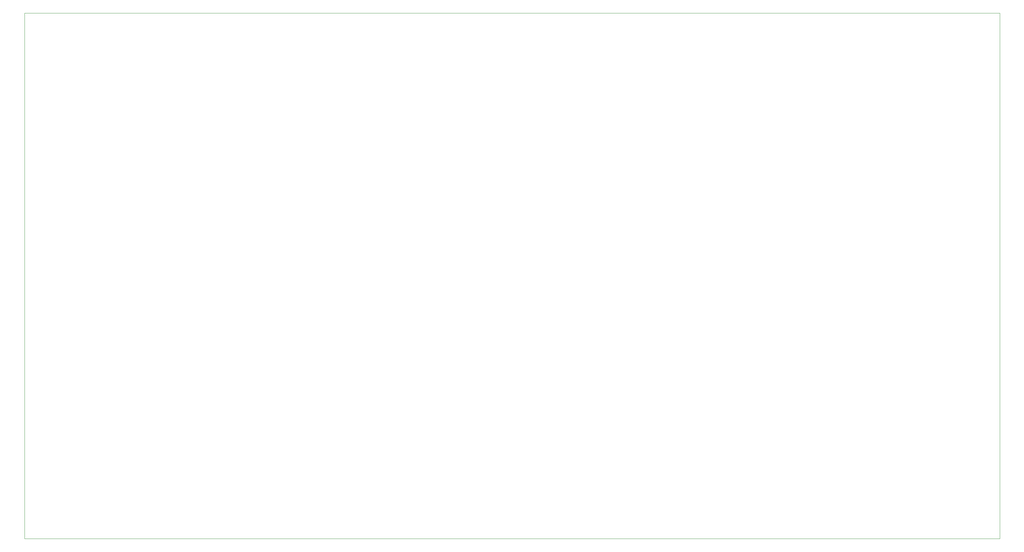
<source format=gbr>
%TF.GenerationSoftware,KiCad,Pcbnew,9.0.7*%
%TF.CreationDate,2026-01-24T03:10:21+09:00*%
%TF.ProjectId,YmmKeyboardMX,596d6d4b-6579-4626-9f61-72644d582e6b,rev?*%
%TF.SameCoordinates,Original*%
%TF.FileFunction,Profile,NP*%
%FSLAX46Y46*%
G04 Gerber Fmt 4.6, Leading zero omitted, Abs format (unit mm)*
G04 Created by KiCad (PCBNEW 9.0.7) date 2026-01-24 03:10:21*
%MOMM*%
%LPD*%
G01*
G04 APERTURE LIST*
%TA.AperFunction,Profile*%
%ADD10C,0.050000*%
%TD*%
G04 APERTURE END LIST*
D10*
X21515000Y-22970000D02*
X280595000Y-22970000D01*
X280595000Y-162670000D01*
X21515000Y-162670000D01*
X21515000Y-22970000D01*
M02*

</source>
